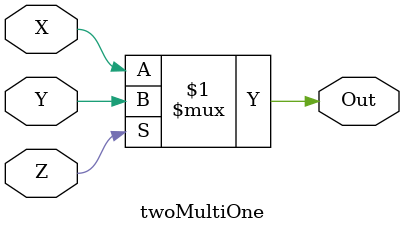
<source format=v>
module twoMultiOne(input X, Y, Z, output Out);
  assign Out = Z ? Y : X;
endmodule
</source>
